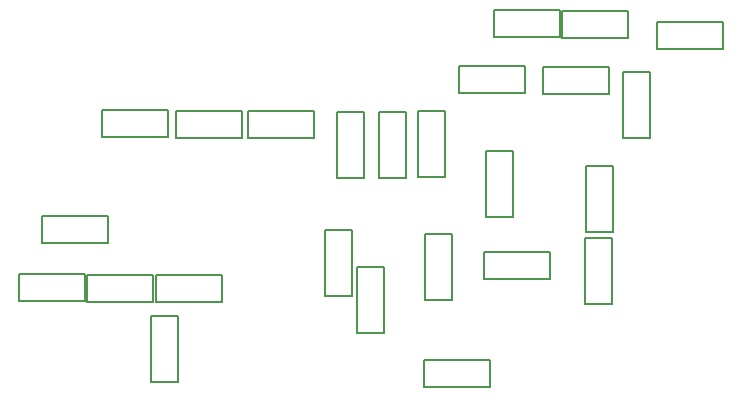
<source format=gbo>
G04 EAGLE Gerber RS-274X export*
G75*
%MOMM*%
%FSLAX34Y34*%
%LPD*%
%INSilkscreen Bottom*%
%IPPOS*%
%AMOC8*
5,1,8,0,0,1.08239X$1,22.5*%
G01*
%ADD10C,0.152400*%


D10*
X339860Y157420D02*
X362720Y157420D01*
X362720Y101540D01*
X339860Y101540D01*
X339860Y157420D01*
X391460Y233180D02*
X414320Y233180D01*
X391460Y233180D02*
X391460Y289060D01*
X414320Y289060D01*
X414320Y233180D01*
X533550Y126350D02*
X556410Y126350D01*
X533550Y126350D02*
X533550Y182230D01*
X556410Y182230D01*
X556410Y126350D01*
X346320Y288330D02*
X323460Y288330D01*
X346320Y288330D02*
X346320Y232450D01*
X323460Y232450D01*
X323460Y288330D01*
X358460Y288310D02*
X381320Y288310D01*
X381320Y232430D01*
X358460Y232430D01*
X358460Y288310D01*
X303680Y289730D02*
X303680Y266870D01*
X247800Y266870D01*
X247800Y289730D01*
X303680Y289730D01*
X242840Y289490D02*
X242840Y266630D01*
X186960Y266630D01*
X186960Y289490D01*
X242840Y289490D01*
X180340Y289970D02*
X180340Y267110D01*
X124460Y267110D01*
X124460Y289970D01*
X180340Y289970D01*
X533610Y243250D02*
X556470Y243250D01*
X556470Y187370D01*
X533610Y187370D01*
X533610Y243250D01*
X503480Y170000D02*
X503480Y147140D01*
X447600Y147140D01*
X447600Y170000D01*
X503480Y170000D01*
X335930Y132810D02*
X313070Y132810D01*
X313070Y188690D01*
X335930Y188690D01*
X335930Y132810D01*
X53560Y128820D02*
X53560Y151680D01*
X109440Y151680D01*
X109440Y128820D01*
X53560Y128820D01*
X111310Y127820D02*
X111310Y150680D01*
X167190Y150680D01*
X167190Y127820D01*
X111310Y127820D01*
X398070Y129560D02*
X420930Y129560D01*
X398070Y129560D02*
X398070Y185440D01*
X420930Y185440D01*
X420930Y129560D01*
X452690Y78930D02*
X452690Y56070D01*
X396810Y56070D01*
X396810Y78930D01*
X452690Y78930D01*
X188930Y115940D02*
X166070Y115940D01*
X188930Y115940D02*
X188930Y60060D01*
X166070Y60060D01*
X166070Y115940D01*
X169560Y127570D02*
X169560Y150430D01*
X225440Y150430D01*
X225440Y127570D01*
X169560Y127570D01*
X449320Y255190D02*
X472180Y255190D01*
X472180Y199310D01*
X449320Y199310D01*
X449320Y255190D01*
X497810Y303820D02*
X497810Y326680D01*
X553690Y326680D01*
X553690Y303820D01*
X497810Y303820D01*
X481940Y304320D02*
X481940Y327180D01*
X481940Y304320D02*
X426060Y304320D01*
X426060Y327180D01*
X481940Y327180D01*
X569190Y351320D02*
X569190Y374180D01*
X569190Y351320D02*
X513310Y351320D01*
X513310Y374180D01*
X569190Y374180D01*
X455810Y374680D02*
X455810Y351820D01*
X455810Y374680D02*
X511690Y374680D01*
X511690Y351820D01*
X455810Y351820D01*
X649690Y341820D02*
X649690Y364680D01*
X649690Y341820D02*
X593810Y341820D01*
X593810Y364680D01*
X649690Y364680D01*
X588430Y322190D02*
X565570Y322190D01*
X588430Y322190D02*
X588430Y266310D01*
X565570Y266310D01*
X565570Y322190D01*
X129440Y200430D02*
X129440Y177570D01*
X73560Y177570D01*
X73560Y200430D01*
X129440Y200430D01*
M02*

</source>
